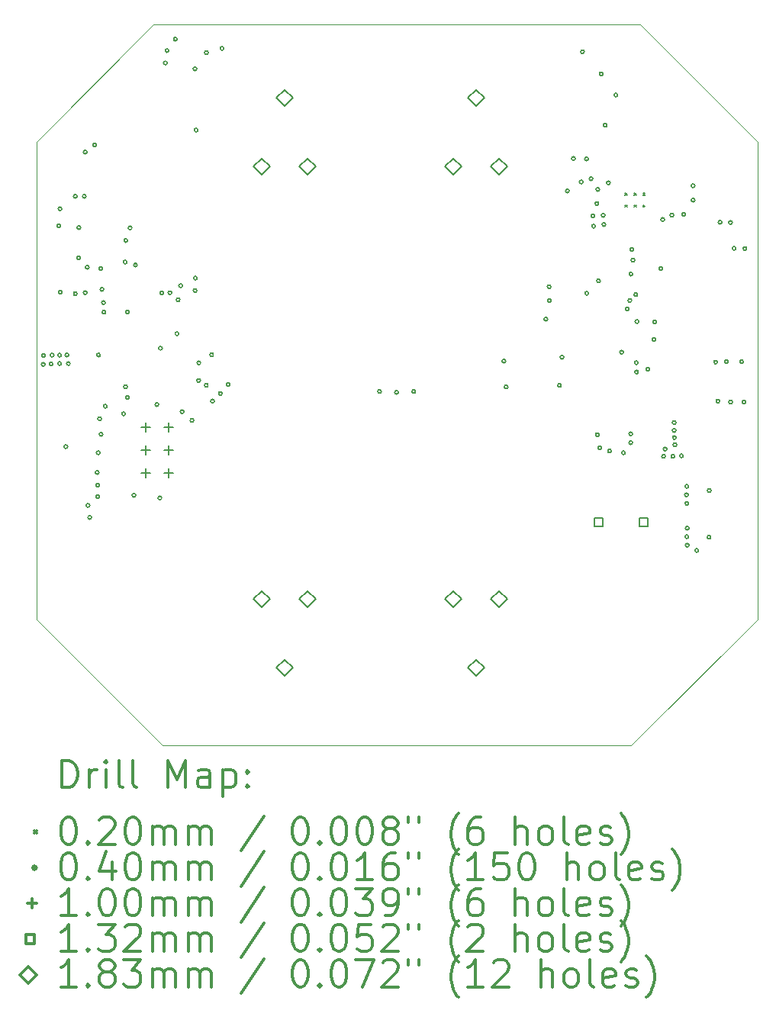
<source format=gbr>
%FSLAX45Y45*%
G04 Gerber Fmt 4.5, Leading zero omitted, Abs format (unit mm)*
G04 Created by KiCad (PCBNEW 5.1.6-c6e7f7d~87~ubuntu18.04.1) date 2020-08-27 18:22:31*
%MOMM*%
%LPD*%
G01*
G04 APERTURE LIST*
%TA.AperFunction,Profile*%
%ADD10C,0.050000*%
%TD*%
%ADD11C,0.200000*%
%ADD12C,0.300000*%
G04 APERTURE END LIST*
D10*
X16700000Y-8032500D02*
X16700000Y-13332500D01*
X15400000Y-6732500D02*
X16700000Y-8032500D01*
X10000000Y-6732500D02*
X15400000Y-6732500D01*
X8700000Y-8032500D02*
X10000000Y-6732500D01*
X8700000Y-13332500D02*
X8700000Y-8032500D01*
X10100000Y-14732500D02*
X8700000Y-13332500D01*
X15300000Y-14732500D02*
X10100000Y-14732500D01*
X16700000Y-13332500D02*
X15300000Y-14732500D01*
D11*
X15232500Y-8605000D02*
X15252500Y-8625000D01*
X15252500Y-8605000D02*
X15232500Y-8625000D01*
X15232500Y-8735000D02*
X15252500Y-8755000D01*
X15252500Y-8735000D02*
X15232500Y-8755000D01*
X15332500Y-8605000D02*
X15352500Y-8625000D01*
X15352500Y-8605000D02*
X15332500Y-8625000D01*
X15332500Y-8735000D02*
X15352500Y-8755000D01*
X15352500Y-8735000D02*
X15332500Y-8755000D01*
X15432500Y-8605000D02*
X15452500Y-8625000D01*
X15452500Y-8605000D02*
X15432500Y-8625000D01*
X15432500Y-8735000D02*
X15452500Y-8755000D01*
X15452500Y-8735000D02*
X15432500Y-8755000D01*
X8795000Y-10505000D02*
G75*
G03*
X8795000Y-10505000I-20000J0D01*
G01*
X8797500Y-10407500D02*
G75*
G03*
X8797500Y-10407500I-20000J0D01*
G01*
X8880000Y-10500000D02*
G75*
G03*
X8880000Y-10500000I-20000J0D01*
G01*
X8892500Y-10402500D02*
G75*
G03*
X8892500Y-10402500I-20000J0D01*
G01*
X8965000Y-8967500D02*
G75*
G03*
X8965000Y-8967500I-20000J0D01*
G01*
X8975000Y-10402500D02*
G75*
G03*
X8975000Y-10402500I-20000J0D01*
G01*
X8975000Y-10495000D02*
G75*
G03*
X8975000Y-10495000I-20000J0D01*
G01*
X8980000Y-8777500D02*
G75*
G03*
X8980000Y-8777500I-20000J0D01*
G01*
X8982500Y-9702500D02*
G75*
G03*
X8982500Y-9702500I-20000J0D01*
G01*
X9045000Y-11417500D02*
G75*
G03*
X9045000Y-11417500I-20000J0D01*
G01*
X9057500Y-10400000D02*
G75*
G03*
X9057500Y-10400000I-20000J0D01*
G01*
X9072500Y-10495000D02*
G75*
G03*
X9072500Y-10495000I-20000J0D01*
G01*
X9150000Y-8640000D02*
G75*
G03*
X9150000Y-8640000I-20000J0D01*
G01*
X9150000Y-9720000D02*
G75*
G03*
X9150000Y-9720000I-20000J0D01*
G01*
X9187500Y-9322500D02*
G75*
G03*
X9187500Y-9322500I-20000J0D01*
G01*
X9190000Y-8987500D02*
G75*
G03*
X9190000Y-8987500I-20000J0D01*
G01*
X9250000Y-8640000D02*
G75*
G03*
X9250000Y-8640000I-20000J0D01*
G01*
X9260000Y-8147500D02*
G75*
G03*
X9260000Y-8147500I-20000J0D01*
G01*
X9260000Y-9710000D02*
G75*
G03*
X9260000Y-9710000I-20000J0D01*
G01*
X9282500Y-9427500D02*
G75*
G03*
X9282500Y-9427500I-20000J0D01*
G01*
X9290000Y-12070000D02*
G75*
G03*
X9290000Y-12070000I-20000J0D01*
G01*
X9310000Y-12202500D02*
G75*
G03*
X9310000Y-12202500I-20000J0D01*
G01*
X9365000Y-8067500D02*
G75*
G03*
X9365000Y-8067500I-20000J0D01*
G01*
X9392500Y-11705000D02*
G75*
G03*
X9392500Y-11705000I-20000J0D01*
G01*
X9397500Y-11847500D02*
G75*
G03*
X9397500Y-11847500I-20000J0D01*
G01*
X9397500Y-11972500D02*
G75*
G03*
X9397500Y-11972500I-20000J0D01*
G01*
X9405000Y-11485000D02*
G75*
G03*
X9405000Y-11485000I-20000J0D01*
G01*
X9407500Y-10400000D02*
G75*
G03*
X9407500Y-10400000I-20000J0D01*
G01*
X9420000Y-11107500D02*
G75*
G03*
X9420000Y-11107500I-20000J0D01*
G01*
X9432500Y-9440000D02*
G75*
G03*
X9432500Y-9440000I-20000J0D01*
G01*
X9435000Y-11280000D02*
G75*
G03*
X9435000Y-11280000I-20000J0D01*
G01*
X9445000Y-9672500D02*
G75*
G03*
X9445000Y-9672500I-20000J0D01*
G01*
X9462500Y-9820000D02*
G75*
G03*
X9462500Y-9820000I-20000J0D01*
G01*
X9467500Y-9925000D02*
G75*
G03*
X9467500Y-9925000I-20000J0D01*
G01*
X9482500Y-10970000D02*
G75*
G03*
X9482500Y-10970000I-20000J0D01*
G01*
X9685003Y-11054761D02*
G75*
G03*
X9685003Y-11054761I-20000J0D01*
G01*
X9702500Y-9370000D02*
G75*
G03*
X9702500Y-9370000I-20000J0D01*
G01*
X9707500Y-10752500D02*
G75*
G03*
X9707500Y-10752500I-20000J0D01*
G01*
X9710000Y-9130000D02*
G75*
G03*
X9710000Y-9130000I-20000J0D01*
G01*
X9727500Y-9922500D02*
G75*
G03*
X9727500Y-9922500I-20000J0D01*
G01*
X9729197Y-10873290D02*
G75*
G03*
X9729197Y-10873290I-20000J0D01*
G01*
X9757500Y-8990000D02*
G75*
G03*
X9757500Y-8990000I-20000J0D01*
G01*
X9800000Y-11957500D02*
G75*
G03*
X9800000Y-11957500I-20000J0D01*
G01*
X9817500Y-9402500D02*
G75*
G03*
X9817500Y-9402500I-20000J0D01*
G01*
X10055000Y-10950000D02*
G75*
G03*
X10055000Y-10950000I-20000J0D01*
G01*
X10087500Y-11987500D02*
G75*
G03*
X10087500Y-11987500I-20000J0D01*
G01*
X10095000Y-10325000D02*
G75*
G03*
X10095000Y-10325000I-20000J0D01*
G01*
X10110000Y-9712500D02*
G75*
G03*
X10110000Y-9712500I-20000J0D01*
G01*
X10150000Y-7160000D02*
G75*
G03*
X10150000Y-7160000I-20000J0D01*
G01*
X10167500Y-7022500D02*
G75*
G03*
X10167500Y-7022500I-20000J0D01*
G01*
X10200000Y-9710000D02*
G75*
G03*
X10200000Y-9710000I-20000J0D01*
G01*
X10260000Y-6895000D02*
G75*
G03*
X10260000Y-6895000I-20000J0D01*
G01*
X10277500Y-10165000D02*
G75*
G03*
X10277500Y-10165000I-20000J0D01*
G01*
X10290000Y-9787500D02*
G75*
G03*
X10290000Y-9787500I-20000J0D01*
G01*
X10318000Y-9631000D02*
G75*
G03*
X10318000Y-9631000I-20000J0D01*
G01*
X10335000Y-11030000D02*
G75*
G03*
X10335000Y-11030000I-20000J0D01*
G01*
X10445000Y-11126000D02*
G75*
G03*
X10445000Y-11126000I-20000J0D01*
G01*
X10477500Y-7225000D02*
G75*
G03*
X10477500Y-7225000I-20000J0D01*
G01*
X10479000Y-9685000D02*
G75*
G03*
X10479000Y-9685000I-20000J0D01*
G01*
X10483000Y-9546000D02*
G75*
G03*
X10483000Y-9546000I-20000J0D01*
G01*
X10490000Y-7905000D02*
G75*
G03*
X10490000Y-7905000I-20000J0D01*
G01*
X10518088Y-10683822D02*
G75*
G03*
X10518088Y-10683822I-20000J0D01*
G01*
X10520000Y-10487500D02*
G75*
G03*
X10520000Y-10487500I-20000J0D01*
G01*
X10603284Y-10736184D02*
G75*
G03*
X10603284Y-10736184I-20000J0D01*
G01*
X10605000Y-7045000D02*
G75*
G03*
X10605000Y-7045000I-20000J0D01*
G01*
X10662500Y-10397500D02*
G75*
G03*
X10662500Y-10397500I-20000J0D01*
G01*
X10672500Y-10912500D02*
G75*
G03*
X10672500Y-10912500I-20000J0D01*
G01*
X10760000Y-10827500D02*
G75*
G03*
X10760000Y-10827500I-20000J0D01*
G01*
X10777500Y-6997500D02*
G75*
G03*
X10777500Y-6997500I-20000J0D01*
G01*
X10847500Y-10727500D02*
G75*
G03*
X10847500Y-10727500I-20000J0D01*
G01*
X12525000Y-10805000D02*
G75*
G03*
X12525000Y-10805000I-20000J0D01*
G01*
X12715000Y-10815000D02*
G75*
G03*
X12715000Y-10815000I-20000J0D01*
G01*
X12905000Y-10805000D02*
G75*
G03*
X12905000Y-10805000I-20000J0D01*
G01*
X13905000Y-10467500D02*
G75*
G03*
X13905000Y-10467500I-20000J0D01*
G01*
X13930000Y-10755000D02*
G75*
G03*
X13930000Y-10755000I-20000J0D01*
G01*
X14370000Y-10002500D02*
G75*
G03*
X14370000Y-10002500I-20000J0D01*
G01*
X14407500Y-9642500D02*
G75*
G03*
X14407500Y-9642500I-20000J0D01*
G01*
X14410000Y-9795000D02*
G75*
G03*
X14410000Y-9795000I-20000J0D01*
G01*
X14522500Y-10737500D02*
G75*
G03*
X14522500Y-10737500I-20000J0D01*
G01*
X14550000Y-10425000D02*
G75*
G03*
X14550000Y-10425000I-20000J0D01*
G01*
X14609999Y-8580000D02*
G75*
G03*
X14609999Y-8580000I-20000J0D01*
G01*
X14677500Y-8220000D02*
G75*
G03*
X14677500Y-8220000I-20000J0D01*
G01*
X14762500Y-8480000D02*
G75*
G03*
X14762500Y-8480000I-20000J0D01*
G01*
X14777500Y-7035000D02*
G75*
G03*
X14777500Y-7035000I-20000J0D01*
G01*
X14822739Y-8225001D02*
G75*
G03*
X14822739Y-8225001I-20000J0D01*
G01*
X14825000Y-9715000D02*
G75*
G03*
X14825000Y-9715000I-20000J0D01*
G01*
X14872500Y-8445000D02*
G75*
G03*
X14872500Y-8445000I-20000J0D01*
G01*
X14892500Y-8855000D02*
G75*
G03*
X14892500Y-8855000I-20000J0D01*
G01*
X14900000Y-8970000D02*
G75*
G03*
X14900000Y-8970000I-20000J0D01*
G01*
X14937500Y-8720000D02*
G75*
G03*
X14937500Y-8720000I-20000J0D01*
G01*
X14942500Y-11285000D02*
G75*
G03*
X14942500Y-11285000I-20000J0D01*
G01*
X14947500Y-8562500D02*
G75*
G03*
X14947500Y-8562500I-20000J0D01*
G01*
X14955000Y-9577500D02*
G75*
G03*
X14955000Y-9577500I-20000J0D01*
G01*
X14970000Y-11430000D02*
G75*
G03*
X14970000Y-11430000I-20000J0D01*
G01*
X14985000Y-7280000D02*
G75*
G03*
X14985000Y-7280000I-20000J0D01*
G01*
X15007500Y-8850000D02*
G75*
G03*
X15007500Y-8850000I-20000J0D01*
G01*
X15015000Y-8952500D02*
G75*
G03*
X15015000Y-8952500I-20000J0D01*
G01*
X15030000Y-7850000D02*
G75*
G03*
X15030000Y-7850000I-20000J0D01*
G01*
X15065000Y-8490000D02*
G75*
G03*
X15065000Y-8490000I-20000J0D01*
G01*
X15077500Y-11465000D02*
G75*
G03*
X15077500Y-11465000I-20000J0D01*
G01*
X15147500Y-7515000D02*
G75*
G03*
X15147500Y-7515000I-20000J0D01*
G01*
X15212500Y-10370000D02*
G75*
G03*
X15212500Y-10370000I-20000J0D01*
G01*
X15232500Y-11485000D02*
G75*
G03*
X15232500Y-11485000I-20000J0D01*
G01*
X15272500Y-9890000D02*
G75*
G03*
X15272500Y-9890000I-20000J0D01*
G01*
X15302819Y-9795319D02*
G75*
G03*
X15302819Y-9795319I-20000J0D01*
G01*
X15312500Y-11275000D02*
G75*
G03*
X15312500Y-11275000I-20000J0D01*
G01*
X15312500Y-11375000D02*
G75*
G03*
X15312500Y-11375000I-20000J0D01*
G01*
X15315000Y-9502500D02*
G75*
G03*
X15315000Y-9502500I-20000J0D01*
G01*
X15325000Y-9230000D02*
G75*
G03*
X15325000Y-9230000I-20000J0D01*
G01*
X15337500Y-9347500D02*
G75*
G03*
X15337500Y-9347500I-20000J0D01*
G01*
X15369069Y-9729069D02*
G75*
G03*
X15369069Y-9729069I-20000J0D01*
G01*
X15375000Y-10487500D02*
G75*
G03*
X15375000Y-10487500I-20000J0D01*
G01*
X15377500Y-10590000D02*
G75*
G03*
X15377500Y-10590000I-20000J0D01*
G01*
X15382500Y-10030000D02*
G75*
G03*
X15382500Y-10030000I-20000J0D01*
G01*
X15502500Y-10560000D02*
G75*
G03*
X15502500Y-10560000I-20000J0D01*
G01*
X15568750Y-10228750D02*
G75*
G03*
X15568750Y-10228750I-20000J0D01*
G01*
X15580000Y-10032500D02*
G75*
G03*
X15580000Y-10032500I-20000J0D01*
G01*
X15647500Y-9442500D02*
G75*
G03*
X15647500Y-9442500I-20000J0D01*
G01*
X15667500Y-8897500D02*
G75*
G03*
X15667500Y-8897500I-20000J0D01*
G01*
X15677500Y-11525000D02*
G75*
G03*
X15677500Y-11525000I-20000J0D01*
G01*
X15695000Y-11445000D02*
G75*
G03*
X15695000Y-11445000I-20000J0D01*
G01*
X15770000Y-8847500D02*
G75*
G03*
X15770000Y-8847500I-20000J0D01*
G01*
X15780000Y-11525000D02*
G75*
G03*
X15780000Y-11525000I-20000J0D01*
G01*
X15795000Y-11150000D02*
G75*
G03*
X15795000Y-11150000I-20000J0D01*
G01*
X15795000Y-11237500D02*
G75*
G03*
X15795000Y-11237500I-20000J0D01*
G01*
X15797500Y-11317500D02*
G75*
G03*
X15797500Y-11317500I-20000J0D01*
G01*
X15802500Y-11397500D02*
G75*
G03*
X15802500Y-11397500I-20000J0D01*
G01*
X15875000Y-11520000D02*
G75*
G03*
X15875000Y-11520000I-20000J0D01*
G01*
X15900000Y-8840000D02*
G75*
G03*
X15900000Y-8840000I-20000J0D01*
G01*
X15932000Y-11953000D02*
G75*
G03*
X15932000Y-11953000I-20000J0D01*
G01*
X15935000Y-11859000D02*
G75*
G03*
X15935000Y-11859000I-20000J0D01*
G01*
X15935000Y-12417000D02*
G75*
G03*
X15935000Y-12417000I-20000J0D01*
G01*
X15936000Y-12047000D02*
G75*
G03*
X15936000Y-12047000I-20000J0D01*
G01*
X15940000Y-12323000D02*
G75*
G03*
X15940000Y-12323000I-20000J0D01*
G01*
X15941000Y-12511000D02*
G75*
G03*
X15941000Y-12511000I-20000J0D01*
G01*
X16005000Y-8522500D02*
G75*
G03*
X16005000Y-8522500I-20000J0D01*
G01*
X16005000Y-8682500D02*
G75*
G03*
X16005000Y-8682500I-20000J0D01*
G01*
X16045000Y-12570000D02*
G75*
G03*
X16045000Y-12570000I-20000J0D01*
G01*
X16182000Y-12422000D02*
G75*
G03*
X16182000Y-12422000I-20000J0D01*
G01*
X16185000Y-11905000D02*
G75*
G03*
X16185000Y-11905000I-20000J0D01*
G01*
X16255000Y-10480000D02*
G75*
G03*
X16255000Y-10480000I-20000J0D01*
G01*
X16280000Y-10912500D02*
G75*
G03*
X16280000Y-10912500I-20000J0D01*
G01*
X16305000Y-8927500D02*
G75*
G03*
X16305000Y-8927500I-20000J0D01*
G01*
X16375000Y-10472500D02*
G75*
G03*
X16375000Y-10472500I-20000J0D01*
G01*
X16420000Y-8930000D02*
G75*
G03*
X16420000Y-8930000I-20000J0D01*
G01*
X16420000Y-10922500D02*
G75*
G03*
X16420000Y-10922500I-20000J0D01*
G01*
X16460000Y-9217500D02*
G75*
G03*
X16460000Y-9217500I-20000J0D01*
G01*
X16542500Y-10475000D02*
G75*
G03*
X16542500Y-10475000I-20000J0D01*
G01*
X16570000Y-10922500D02*
G75*
G03*
X16570000Y-10922500I-20000J0D01*
G01*
X16580000Y-9220000D02*
G75*
G03*
X16580000Y-9220000I-20000J0D01*
G01*
X9910500Y-11153500D02*
X9910500Y-11253500D01*
X9860500Y-11203500D02*
X9960500Y-11203500D01*
X9910500Y-11407500D02*
X9910500Y-11507500D01*
X9860500Y-11457500D02*
X9960500Y-11457500D01*
X9910500Y-11661500D02*
X9910500Y-11761500D01*
X9860500Y-11711500D02*
X9960500Y-11711500D01*
X10164500Y-11153500D02*
X10164500Y-11253500D01*
X10114500Y-11203500D02*
X10214500Y-11203500D01*
X10164500Y-11407500D02*
X10164500Y-11507500D01*
X10114500Y-11457500D02*
X10214500Y-11457500D01*
X10164500Y-11661500D02*
X10164500Y-11761500D01*
X10114500Y-11711500D02*
X10214500Y-11711500D01*
X14984169Y-12304169D02*
X14984169Y-12210830D01*
X14890830Y-12210830D01*
X14890830Y-12304169D01*
X14984169Y-12304169D01*
X15484169Y-12304169D02*
X15484169Y-12210830D01*
X15390830Y-12210830D01*
X15390830Y-12304169D01*
X15484169Y-12304169D01*
X11198500Y-8401500D02*
X11290000Y-8310000D01*
X11198500Y-8218500D01*
X11107000Y-8310000D01*
X11198500Y-8401500D01*
X11198500Y-13201500D02*
X11290000Y-13110000D01*
X11198500Y-13018500D01*
X11107000Y-13110000D01*
X11198500Y-13201500D01*
X11452500Y-7639500D02*
X11544000Y-7548000D01*
X11452500Y-7456500D01*
X11361000Y-7548000D01*
X11452500Y-7639500D01*
X11452500Y-13963500D02*
X11544000Y-13872000D01*
X11452500Y-13780500D01*
X11361000Y-13872000D01*
X11452500Y-13963500D01*
X11706500Y-8401500D02*
X11798000Y-8310000D01*
X11706500Y-8218500D01*
X11615000Y-8310000D01*
X11706500Y-8401500D01*
X11706500Y-13201500D02*
X11798000Y-13110000D01*
X11706500Y-13018500D01*
X11615000Y-13110000D01*
X11706500Y-13201500D01*
X13323500Y-8401500D02*
X13415000Y-8310000D01*
X13323500Y-8218500D01*
X13232000Y-8310000D01*
X13323500Y-8401500D01*
X13323500Y-13201500D02*
X13415000Y-13110000D01*
X13323500Y-13018500D01*
X13232000Y-13110000D01*
X13323500Y-13201500D01*
X13577500Y-7639500D02*
X13669000Y-7548000D01*
X13577500Y-7456500D01*
X13486000Y-7548000D01*
X13577500Y-7639500D01*
X13577500Y-13963500D02*
X13669000Y-13872000D01*
X13577500Y-13780500D01*
X13486000Y-13872000D01*
X13577500Y-13963500D01*
X13831500Y-8401500D02*
X13923000Y-8310000D01*
X13831500Y-8218500D01*
X13740000Y-8310000D01*
X13831500Y-8401500D01*
X13831500Y-13201500D02*
X13923000Y-13110000D01*
X13831500Y-13018500D01*
X13740000Y-13110000D01*
X13831500Y-13201500D01*
D12*
X8983928Y-15200714D02*
X8983928Y-14900714D01*
X9055357Y-14900714D01*
X9098214Y-14915000D01*
X9126786Y-14943571D01*
X9141071Y-14972143D01*
X9155357Y-15029286D01*
X9155357Y-15072143D01*
X9141071Y-15129286D01*
X9126786Y-15157857D01*
X9098214Y-15186429D01*
X9055357Y-15200714D01*
X8983928Y-15200714D01*
X9283928Y-15200714D02*
X9283928Y-15000714D01*
X9283928Y-15057857D02*
X9298214Y-15029286D01*
X9312500Y-15015000D01*
X9341071Y-15000714D01*
X9369643Y-15000714D01*
X9469643Y-15200714D02*
X9469643Y-15000714D01*
X9469643Y-14900714D02*
X9455357Y-14915000D01*
X9469643Y-14929286D01*
X9483928Y-14915000D01*
X9469643Y-14900714D01*
X9469643Y-14929286D01*
X9655357Y-15200714D02*
X9626786Y-15186429D01*
X9612500Y-15157857D01*
X9612500Y-14900714D01*
X9812500Y-15200714D02*
X9783928Y-15186429D01*
X9769643Y-15157857D01*
X9769643Y-14900714D01*
X10155357Y-15200714D02*
X10155357Y-14900714D01*
X10255357Y-15115000D01*
X10355357Y-14900714D01*
X10355357Y-15200714D01*
X10626786Y-15200714D02*
X10626786Y-15043571D01*
X10612500Y-15015000D01*
X10583928Y-15000714D01*
X10526786Y-15000714D01*
X10498214Y-15015000D01*
X10626786Y-15186429D02*
X10598214Y-15200714D01*
X10526786Y-15200714D01*
X10498214Y-15186429D01*
X10483928Y-15157857D01*
X10483928Y-15129286D01*
X10498214Y-15100714D01*
X10526786Y-15086429D01*
X10598214Y-15086429D01*
X10626786Y-15072143D01*
X10769643Y-15000714D02*
X10769643Y-15300714D01*
X10769643Y-15015000D02*
X10798214Y-15000714D01*
X10855357Y-15000714D01*
X10883928Y-15015000D01*
X10898214Y-15029286D01*
X10912500Y-15057857D01*
X10912500Y-15143571D01*
X10898214Y-15172143D01*
X10883928Y-15186429D01*
X10855357Y-15200714D01*
X10798214Y-15200714D01*
X10769643Y-15186429D01*
X11041071Y-15172143D02*
X11055357Y-15186429D01*
X11041071Y-15200714D01*
X11026786Y-15186429D01*
X11041071Y-15172143D01*
X11041071Y-15200714D01*
X11041071Y-15015000D02*
X11055357Y-15029286D01*
X11041071Y-15043571D01*
X11026786Y-15029286D01*
X11041071Y-15015000D01*
X11041071Y-15043571D01*
X8677500Y-15685000D02*
X8697500Y-15705000D01*
X8697500Y-15685000D02*
X8677500Y-15705000D01*
X9041071Y-15530714D02*
X9069643Y-15530714D01*
X9098214Y-15545000D01*
X9112500Y-15559286D01*
X9126786Y-15587857D01*
X9141071Y-15645000D01*
X9141071Y-15716429D01*
X9126786Y-15773571D01*
X9112500Y-15802143D01*
X9098214Y-15816429D01*
X9069643Y-15830714D01*
X9041071Y-15830714D01*
X9012500Y-15816429D01*
X8998214Y-15802143D01*
X8983928Y-15773571D01*
X8969643Y-15716429D01*
X8969643Y-15645000D01*
X8983928Y-15587857D01*
X8998214Y-15559286D01*
X9012500Y-15545000D01*
X9041071Y-15530714D01*
X9269643Y-15802143D02*
X9283928Y-15816429D01*
X9269643Y-15830714D01*
X9255357Y-15816429D01*
X9269643Y-15802143D01*
X9269643Y-15830714D01*
X9398214Y-15559286D02*
X9412500Y-15545000D01*
X9441071Y-15530714D01*
X9512500Y-15530714D01*
X9541071Y-15545000D01*
X9555357Y-15559286D01*
X9569643Y-15587857D01*
X9569643Y-15616429D01*
X9555357Y-15659286D01*
X9383928Y-15830714D01*
X9569643Y-15830714D01*
X9755357Y-15530714D02*
X9783928Y-15530714D01*
X9812500Y-15545000D01*
X9826786Y-15559286D01*
X9841071Y-15587857D01*
X9855357Y-15645000D01*
X9855357Y-15716429D01*
X9841071Y-15773571D01*
X9826786Y-15802143D01*
X9812500Y-15816429D01*
X9783928Y-15830714D01*
X9755357Y-15830714D01*
X9726786Y-15816429D01*
X9712500Y-15802143D01*
X9698214Y-15773571D01*
X9683928Y-15716429D01*
X9683928Y-15645000D01*
X9698214Y-15587857D01*
X9712500Y-15559286D01*
X9726786Y-15545000D01*
X9755357Y-15530714D01*
X9983928Y-15830714D02*
X9983928Y-15630714D01*
X9983928Y-15659286D02*
X9998214Y-15645000D01*
X10026786Y-15630714D01*
X10069643Y-15630714D01*
X10098214Y-15645000D01*
X10112500Y-15673571D01*
X10112500Y-15830714D01*
X10112500Y-15673571D02*
X10126786Y-15645000D01*
X10155357Y-15630714D01*
X10198214Y-15630714D01*
X10226786Y-15645000D01*
X10241071Y-15673571D01*
X10241071Y-15830714D01*
X10383928Y-15830714D02*
X10383928Y-15630714D01*
X10383928Y-15659286D02*
X10398214Y-15645000D01*
X10426786Y-15630714D01*
X10469643Y-15630714D01*
X10498214Y-15645000D01*
X10512500Y-15673571D01*
X10512500Y-15830714D01*
X10512500Y-15673571D02*
X10526786Y-15645000D01*
X10555357Y-15630714D01*
X10598214Y-15630714D01*
X10626786Y-15645000D01*
X10641071Y-15673571D01*
X10641071Y-15830714D01*
X11226786Y-15516429D02*
X10969643Y-15902143D01*
X11612500Y-15530714D02*
X11641071Y-15530714D01*
X11669643Y-15545000D01*
X11683928Y-15559286D01*
X11698214Y-15587857D01*
X11712500Y-15645000D01*
X11712500Y-15716429D01*
X11698214Y-15773571D01*
X11683928Y-15802143D01*
X11669643Y-15816429D01*
X11641071Y-15830714D01*
X11612500Y-15830714D01*
X11583928Y-15816429D01*
X11569643Y-15802143D01*
X11555357Y-15773571D01*
X11541071Y-15716429D01*
X11541071Y-15645000D01*
X11555357Y-15587857D01*
X11569643Y-15559286D01*
X11583928Y-15545000D01*
X11612500Y-15530714D01*
X11841071Y-15802143D02*
X11855357Y-15816429D01*
X11841071Y-15830714D01*
X11826786Y-15816429D01*
X11841071Y-15802143D01*
X11841071Y-15830714D01*
X12041071Y-15530714D02*
X12069643Y-15530714D01*
X12098214Y-15545000D01*
X12112500Y-15559286D01*
X12126786Y-15587857D01*
X12141071Y-15645000D01*
X12141071Y-15716429D01*
X12126786Y-15773571D01*
X12112500Y-15802143D01*
X12098214Y-15816429D01*
X12069643Y-15830714D01*
X12041071Y-15830714D01*
X12012500Y-15816429D01*
X11998214Y-15802143D01*
X11983928Y-15773571D01*
X11969643Y-15716429D01*
X11969643Y-15645000D01*
X11983928Y-15587857D01*
X11998214Y-15559286D01*
X12012500Y-15545000D01*
X12041071Y-15530714D01*
X12326786Y-15530714D02*
X12355357Y-15530714D01*
X12383928Y-15545000D01*
X12398214Y-15559286D01*
X12412500Y-15587857D01*
X12426786Y-15645000D01*
X12426786Y-15716429D01*
X12412500Y-15773571D01*
X12398214Y-15802143D01*
X12383928Y-15816429D01*
X12355357Y-15830714D01*
X12326786Y-15830714D01*
X12298214Y-15816429D01*
X12283928Y-15802143D01*
X12269643Y-15773571D01*
X12255357Y-15716429D01*
X12255357Y-15645000D01*
X12269643Y-15587857D01*
X12283928Y-15559286D01*
X12298214Y-15545000D01*
X12326786Y-15530714D01*
X12598214Y-15659286D02*
X12569643Y-15645000D01*
X12555357Y-15630714D01*
X12541071Y-15602143D01*
X12541071Y-15587857D01*
X12555357Y-15559286D01*
X12569643Y-15545000D01*
X12598214Y-15530714D01*
X12655357Y-15530714D01*
X12683928Y-15545000D01*
X12698214Y-15559286D01*
X12712500Y-15587857D01*
X12712500Y-15602143D01*
X12698214Y-15630714D01*
X12683928Y-15645000D01*
X12655357Y-15659286D01*
X12598214Y-15659286D01*
X12569643Y-15673571D01*
X12555357Y-15687857D01*
X12541071Y-15716429D01*
X12541071Y-15773571D01*
X12555357Y-15802143D01*
X12569643Y-15816429D01*
X12598214Y-15830714D01*
X12655357Y-15830714D01*
X12683928Y-15816429D01*
X12698214Y-15802143D01*
X12712500Y-15773571D01*
X12712500Y-15716429D01*
X12698214Y-15687857D01*
X12683928Y-15673571D01*
X12655357Y-15659286D01*
X12826786Y-15530714D02*
X12826786Y-15587857D01*
X12941071Y-15530714D02*
X12941071Y-15587857D01*
X13383928Y-15945000D02*
X13369643Y-15930714D01*
X13341071Y-15887857D01*
X13326786Y-15859286D01*
X13312500Y-15816429D01*
X13298214Y-15745000D01*
X13298214Y-15687857D01*
X13312500Y-15616429D01*
X13326786Y-15573571D01*
X13341071Y-15545000D01*
X13369643Y-15502143D01*
X13383928Y-15487857D01*
X13626786Y-15530714D02*
X13569643Y-15530714D01*
X13541071Y-15545000D01*
X13526786Y-15559286D01*
X13498214Y-15602143D01*
X13483928Y-15659286D01*
X13483928Y-15773571D01*
X13498214Y-15802143D01*
X13512500Y-15816429D01*
X13541071Y-15830714D01*
X13598214Y-15830714D01*
X13626786Y-15816429D01*
X13641071Y-15802143D01*
X13655357Y-15773571D01*
X13655357Y-15702143D01*
X13641071Y-15673571D01*
X13626786Y-15659286D01*
X13598214Y-15645000D01*
X13541071Y-15645000D01*
X13512500Y-15659286D01*
X13498214Y-15673571D01*
X13483928Y-15702143D01*
X14012500Y-15830714D02*
X14012500Y-15530714D01*
X14141071Y-15830714D02*
X14141071Y-15673571D01*
X14126786Y-15645000D01*
X14098214Y-15630714D01*
X14055357Y-15630714D01*
X14026786Y-15645000D01*
X14012500Y-15659286D01*
X14326786Y-15830714D02*
X14298214Y-15816429D01*
X14283928Y-15802143D01*
X14269643Y-15773571D01*
X14269643Y-15687857D01*
X14283928Y-15659286D01*
X14298214Y-15645000D01*
X14326786Y-15630714D01*
X14369643Y-15630714D01*
X14398214Y-15645000D01*
X14412500Y-15659286D01*
X14426786Y-15687857D01*
X14426786Y-15773571D01*
X14412500Y-15802143D01*
X14398214Y-15816429D01*
X14369643Y-15830714D01*
X14326786Y-15830714D01*
X14598214Y-15830714D02*
X14569643Y-15816429D01*
X14555357Y-15787857D01*
X14555357Y-15530714D01*
X14826786Y-15816429D02*
X14798214Y-15830714D01*
X14741071Y-15830714D01*
X14712500Y-15816429D01*
X14698214Y-15787857D01*
X14698214Y-15673571D01*
X14712500Y-15645000D01*
X14741071Y-15630714D01*
X14798214Y-15630714D01*
X14826786Y-15645000D01*
X14841071Y-15673571D01*
X14841071Y-15702143D01*
X14698214Y-15730714D01*
X14955357Y-15816429D02*
X14983928Y-15830714D01*
X15041071Y-15830714D01*
X15069643Y-15816429D01*
X15083928Y-15787857D01*
X15083928Y-15773571D01*
X15069643Y-15745000D01*
X15041071Y-15730714D01*
X14998214Y-15730714D01*
X14969643Y-15716429D01*
X14955357Y-15687857D01*
X14955357Y-15673571D01*
X14969643Y-15645000D01*
X14998214Y-15630714D01*
X15041071Y-15630714D01*
X15069643Y-15645000D01*
X15183928Y-15945000D02*
X15198214Y-15930714D01*
X15226786Y-15887857D01*
X15241071Y-15859286D01*
X15255357Y-15816429D01*
X15269643Y-15745000D01*
X15269643Y-15687857D01*
X15255357Y-15616429D01*
X15241071Y-15573571D01*
X15226786Y-15545000D01*
X15198214Y-15502143D01*
X15183928Y-15487857D01*
X8697500Y-16091000D02*
G75*
G03*
X8697500Y-16091000I-20000J0D01*
G01*
X9041071Y-15926714D02*
X9069643Y-15926714D01*
X9098214Y-15941000D01*
X9112500Y-15955286D01*
X9126786Y-15983857D01*
X9141071Y-16041000D01*
X9141071Y-16112429D01*
X9126786Y-16169571D01*
X9112500Y-16198143D01*
X9098214Y-16212429D01*
X9069643Y-16226714D01*
X9041071Y-16226714D01*
X9012500Y-16212429D01*
X8998214Y-16198143D01*
X8983928Y-16169571D01*
X8969643Y-16112429D01*
X8969643Y-16041000D01*
X8983928Y-15983857D01*
X8998214Y-15955286D01*
X9012500Y-15941000D01*
X9041071Y-15926714D01*
X9269643Y-16198143D02*
X9283928Y-16212429D01*
X9269643Y-16226714D01*
X9255357Y-16212429D01*
X9269643Y-16198143D01*
X9269643Y-16226714D01*
X9541071Y-16026714D02*
X9541071Y-16226714D01*
X9469643Y-15912429D02*
X9398214Y-16126714D01*
X9583928Y-16126714D01*
X9755357Y-15926714D02*
X9783928Y-15926714D01*
X9812500Y-15941000D01*
X9826786Y-15955286D01*
X9841071Y-15983857D01*
X9855357Y-16041000D01*
X9855357Y-16112429D01*
X9841071Y-16169571D01*
X9826786Y-16198143D01*
X9812500Y-16212429D01*
X9783928Y-16226714D01*
X9755357Y-16226714D01*
X9726786Y-16212429D01*
X9712500Y-16198143D01*
X9698214Y-16169571D01*
X9683928Y-16112429D01*
X9683928Y-16041000D01*
X9698214Y-15983857D01*
X9712500Y-15955286D01*
X9726786Y-15941000D01*
X9755357Y-15926714D01*
X9983928Y-16226714D02*
X9983928Y-16026714D01*
X9983928Y-16055286D02*
X9998214Y-16041000D01*
X10026786Y-16026714D01*
X10069643Y-16026714D01*
X10098214Y-16041000D01*
X10112500Y-16069571D01*
X10112500Y-16226714D01*
X10112500Y-16069571D02*
X10126786Y-16041000D01*
X10155357Y-16026714D01*
X10198214Y-16026714D01*
X10226786Y-16041000D01*
X10241071Y-16069571D01*
X10241071Y-16226714D01*
X10383928Y-16226714D02*
X10383928Y-16026714D01*
X10383928Y-16055286D02*
X10398214Y-16041000D01*
X10426786Y-16026714D01*
X10469643Y-16026714D01*
X10498214Y-16041000D01*
X10512500Y-16069571D01*
X10512500Y-16226714D01*
X10512500Y-16069571D02*
X10526786Y-16041000D01*
X10555357Y-16026714D01*
X10598214Y-16026714D01*
X10626786Y-16041000D01*
X10641071Y-16069571D01*
X10641071Y-16226714D01*
X11226786Y-15912429D02*
X10969643Y-16298143D01*
X11612500Y-15926714D02*
X11641071Y-15926714D01*
X11669643Y-15941000D01*
X11683928Y-15955286D01*
X11698214Y-15983857D01*
X11712500Y-16041000D01*
X11712500Y-16112429D01*
X11698214Y-16169571D01*
X11683928Y-16198143D01*
X11669643Y-16212429D01*
X11641071Y-16226714D01*
X11612500Y-16226714D01*
X11583928Y-16212429D01*
X11569643Y-16198143D01*
X11555357Y-16169571D01*
X11541071Y-16112429D01*
X11541071Y-16041000D01*
X11555357Y-15983857D01*
X11569643Y-15955286D01*
X11583928Y-15941000D01*
X11612500Y-15926714D01*
X11841071Y-16198143D02*
X11855357Y-16212429D01*
X11841071Y-16226714D01*
X11826786Y-16212429D01*
X11841071Y-16198143D01*
X11841071Y-16226714D01*
X12041071Y-15926714D02*
X12069643Y-15926714D01*
X12098214Y-15941000D01*
X12112500Y-15955286D01*
X12126786Y-15983857D01*
X12141071Y-16041000D01*
X12141071Y-16112429D01*
X12126786Y-16169571D01*
X12112500Y-16198143D01*
X12098214Y-16212429D01*
X12069643Y-16226714D01*
X12041071Y-16226714D01*
X12012500Y-16212429D01*
X11998214Y-16198143D01*
X11983928Y-16169571D01*
X11969643Y-16112429D01*
X11969643Y-16041000D01*
X11983928Y-15983857D01*
X11998214Y-15955286D01*
X12012500Y-15941000D01*
X12041071Y-15926714D01*
X12426786Y-16226714D02*
X12255357Y-16226714D01*
X12341071Y-16226714D02*
X12341071Y-15926714D01*
X12312500Y-15969571D01*
X12283928Y-15998143D01*
X12255357Y-16012429D01*
X12683928Y-15926714D02*
X12626786Y-15926714D01*
X12598214Y-15941000D01*
X12583928Y-15955286D01*
X12555357Y-15998143D01*
X12541071Y-16055286D01*
X12541071Y-16169571D01*
X12555357Y-16198143D01*
X12569643Y-16212429D01*
X12598214Y-16226714D01*
X12655357Y-16226714D01*
X12683928Y-16212429D01*
X12698214Y-16198143D01*
X12712500Y-16169571D01*
X12712500Y-16098143D01*
X12698214Y-16069571D01*
X12683928Y-16055286D01*
X12655357Y-16041000D01*
X12598214Y-16041000D01*
X12569643Y-16055286D01*
X12555357Y-16069571D01*
X12541071Y-16098143D01*
X12826786Y-15926714D02*
X12826786Y-15983857D01*
X12941071Y-15926714D02*
X12941071Y-15983857D01*
X13383928Y-16341000D02*
X13369643Y-16326714D01*
X13341071Y-16283857D01*
X13326786Y-16255286D01*
X13312500Y-16212429D01*
X13298214Y-16141000D01*
X13298214Y-16083857D01*
X13312500Y-16012429D01*
X13326786Y-15969571D01*
X13341071Y-15941000D01*
X13369643Y-15898143D01*
X13383928Y-15883857D01*
X13655357Y-16226714D02*
X13483928Y-16226714D01*
X13569643Y-16226714D02*
X13569643Y-15926714D01*
X13541071Y-15969571D01*
X13512500Y-15998143D01*
X13483928Y-16012429D01*
X13926786Y-15926714D02*
X13783928Y-15926714D01*
X13769643Y-16069571D01*
X13783928Y-16055286D01*
X13812500Y-16041000D01*
X13883928Y-16041000D01*
X13912500Y-16055286D01*
X13926786Y-16069571D01*
X13941071Y-16098143D01*
X13941071Y-16169571D01*
X13926786Y-16198143D01*
X13912500Y-16212429D01*
X13883928Y-16226714D01*
X13812500Y-16226714D01*
X13783928Y-16212429D01*
X13769643Y-16198143D01*
X14126786Y-15926714D02*
X14155357Y-15926714D01*
X14183928Y-15941000D01*
X14198214Y-15955286D01*
X14212500Y-15983857D01*
X14226786Y-16041000D01*
X14226786Y-16112429D01*
X14212500Y-16169571D01*
X14198214Y-16198143D01*
X14183928Y-16212429D01*
X14155357Y-16226714D01*
X14126786Y-16226714D01*
X14098214Y-16212429D01*
X14083928Y-16198143D01*
X14069643Y-16169571D01*
X14055357Y-16112429D01*
X14055357Y-16041000D01*
X14069643Y-15983857D01*
X14083928Y-15955286D01*
X14098214Y-15941000D01*
X14126786Y-15926714D01*
X14583928Y-16226714D02*
X14583928Y-15926714D01*
X14712500Y-16226714D02*
X14712500Y-16069571D01*
X14698214Y-16041000D01*
X14669643Y-16026714D01*
X14626786Y-16026714D01*
X14598214Y-16041000D01*
X14583928Y-16055286D01*
X14898214Y-16226714D02*
X14869643Y-16212429D01*
X14855357Y-16198143D01*
X14841071Y-16169571D01*
X14841071Y-16083857D01*
X14855357Y-16055286D01*
X14869643Y-16041000D01*
X14898214Y-16026714D01*
X14941071Y-16026714D01*
X14969643Y-16041000D01*
X14983928Y-16055286D01*
X14998214Y-16083857D01*
X14998214Y-16169571D01*
X14983928Y-16198143D01*
X14969643Y-16212429D01*
X14941071Y-16226714D01*
X14898214Y-16226714D01*
X15169643Y-16226714D02*
X15141071Y-16212429D01*
X15126786Y-16183857D01*
X15126786Y-15926714D01*
X15398214Y-16212429D02*
X15369643Y-16226714D01*
X15312500Y-16226714D01*
X15283928Y-16212429D01*
X15269643Y-16183857D01*
X15269643Y-16069571D01*
X15283928Y-16041000D01*
X15312500Y-16026714D01*
X15369643Y-16026714D01*
X15398214Y-16041000D01*
X15412500Y-16069571D01*
X15412500Y-16098143D01*
X15269643Y-16126714D01*
X15526786Y-16212429D02*
X15555357Y-16226714D01*
X15612500Y-16226714D01*
X15641071Y-16212429D01*
X15655357Y-16183857D01*
X15655357Y-16169571D01*
X15641071Y-16141000D01*
X15612500Y-16126714D01*
X15569643Y-16126714D01*
X15541071Y-16112429D01*
X15526786Y-16083857D01*
X15526786Y-16069571D01*
X15541071Y-16041000D01*
X15569643Y-16026714D01*
X15612500Y-16026714D01*
X15641071Y-16041000D01*
X15755357Y-16341000D02*
X15769643Y-16326714D01*
X15798214Y-16283857D01*
X15812500Y-16255286D01*
X15826786Y-16212429D01*
X15841071Y-16141000D01*
X15841071Y-16083857D01*
X15826786Y-16012429D01*
X15812500Y-15969571D01*
X15798214Y-15941000D01*
X15769643Y-15898143D01*
X15755357Y-15883857D01*
X8647500Y-16437000D02*
X8647500Y-16537000D01*
X8597500Y-16487000D02*
X8697500Y-16487000D01*
X9141071Y-16622714D02*
X8969643Y-16622714D01*
X9055357Y-16622714D02*
X9055357Y-16322714D01*
X9026786Y-16365571D01*
X8998214Y-16394143D01*
X8969643Y-16408429D01*
X9269643Y-16594143D02*
X9283928Y-16608429D01*
X9269643Y-16622714D01*
X9255357Y-16608429D01*
X9269643Y-16594143D01*
X9269643Y-16622714D01*
X9469643Y-16322714D02*
X9498214Y-16322714D01*
X9526786Y-16337000D01*
X9541071Y-16351286D01*
X9555357Y-16379857D01*
X9569643Y-16437000D01*
X9569643Y-16508429D01*
X9555357Y-16565571D01*
X9541071Y-16594143D01*
X9526786Y-16608429D01*
X9498214Y-16622714D01*
X9469643Y-16622714D01*
X9441071Y-16608429D01*
X9426786Y-16594143D01*
X9412500Y-16565571D01*
X9398214Y-16508429D01*
X9398214Y-16437000D01*
X9412500Y-16379857D01*
X9426786Y-16351286D01*
X9441071Y-16337000D01*
X9469643Y-16322714D01*
X9755357Y-16322714D02*
X9783928Y-16322714D01*
X9812500Y-16337000D01*
X9826786Y-16351286D01*
X9841071Y-16379857D01*
X9855357Y-16437000D01*
X9855357Y-16508429D01*
X9841071Y-16565571D01*
X9826786Y-16594143D01*
X9812500Y-16608429D01*
X9783928Y-16622714D01*
X9755357Y-16622714D01*
X9726786Y-16608429D01*
X9712500Y-16594143D01*
X9698214Y-16565571D01*
X9683928Y-16508429D01*
X9683928Y-16437000D01*
X9698214Y-16379857D01*
X9712500Y-16351286D01*
X9726786Y-16337000D01*
X9755357Y-16322714D01*
X9983928Y-16622714D02*
X9983928Y-16422714D01*
X9983928Y-16451286D02*
X9998214Y-16437000D01*
X10026786Y-16422714D01*
X10069643Y-16422714D01*
X10098214Y-16437000D01*
X10112500Y-16465571D01*
X10112500Y-16622714D01*
X10112500Y-16465571D02*
X10126786Y-16437000D01*
X10155357Y-16422714D01*
X10198214Y-16422714D01*
X10226786Y-16437000D01*
X10241071Y-16465571D01*
X10241071Y-16622714D01*
X10383928Y-16622714D02*
X10383928Y-16422714D01*
X10383928Y-16451286D02*
X10398214Y-16437000D01*
X10426786Y-16422714D01*
X10469643Y-16422714D01*
X10498214Y-16437000D01*
X10512500Y-16465571D01*
X10512500Y-16622714D01*
X10512500Y-16465571D02*
X10526786Y-16437000D01*
X10555357Y-16422714D01*
X10598214Y-16422714D01*
X10626786Y-16437000D01*
X10641071Y-16465571D01*
X10641071Y-16622714D01*
X11226786Y-16308429D02*
X10969643Y-16694143D01*
X11612500Y-16322714D02*
X11641071Y-16322714D01*
X11669643Y-16337000D01*
X11683928Y-16351286D01*
X11698214Y-16379857D01*
X11712500Y-16437000D01*
X11712500Y-16508429D01*
X11698214Y-16565571D01*
X11683928Y-16594143D01*
X11669643Y-16608429D01*
X11641071Y-16622714D01*
X11612500Y-16622714D01*
X11583928Y-16608429D01*
X11569643Y-16594143D01*
X11555357Y-16565571D01*
X11541071Y-16508429D01*
X11541071Y-16437000D01*
X11555357Y-16379857D01*
X11569643Y-16351286D01*
X11583928Y-16337000D01*
X11612500Y-16322714D01*
X11841071Y-16594143D02*
X11855357Y-16608429D01*
X11841071Y-16622714D01*
X11826786Y-16608429D01*
X11841071Y-16594143D01*
X11841071Y-16622714D01*
X12041071Y-16322714D02*
X12069643Y-16322714D01*
X12098214Y-16337000D01*
X12112500Y-16351286D01*
X12126786Y-16379857D01*
X12141071Y-16437000D01*
X12141071Y-16508429D01*
X12126786Y-16565571D01*
X12112500Y-16594143D01*
X12098214Y-16608429D01*
X12069643Y-16622714D01*
X12041071Y-16622714D01*
X12012500Y-16608429D01*
X11998214Y-16594143D01*
X11983928Y-16565571D01*
X11969643Y-16508429D01*
X11969643Y-16437000D01*
X11983928Y-16379857D01*
X11998214Y-16351286D01*
X12012500Y-16337000D01*
X12041071Y-16322714D01*
X12241071Y-16322714D02*
X12426786Y-16322714D01*
X12326786Y-16437000D01*
X12369643Y-16437000D01*
X12398214Y-16451286D01*
X12412500Y-16465571D01*
X12426786Y-16494143D01*
X12426786Y-16565571D01*
X12412500Y-16594143D01*
X12398214Y-16608429D01*
X12369643Y-16622714D01*
X12283928Y-16622714D01*
X12255357Y-16608429D01*
X12241071Y-16594143D01*
X12569643Y-16622714D02*
X12626786Y-16622714D01*
X12655357Y-16608429D01*
X12669643Y-16594143D01*
X12698214Y-16551286D01*
X12712500Y-16494143D01*
X12712500Y-16379857D01*
X12698214Y-16351286D01*
X12683928Y-16337000D01*
X12655357Y-16322714D01*
X12598214Y-16322714D01*
X12569643Y-16337000D01*
X12555357Y-16351286D01*
X12541071Y-16379857D01*
X12541071Y-16451286D01*
X12555357Y-16479857D01*
X12569643Y-16494143D01*
X12598214Y-16508429D01*
X12655357Y-16508429D01*
X12683928Y-16494143D01*
X12698214Y-16479857D01*
X12712500Y-16451286D01*
X12826786Y-16322714D02*
X12826786Y-16379857D01*
X12941071Y-16322714D02*
X12941071Y-16379857D01*
X13383928Y-16737000D02*
X13369643Y-16722714D01*
X13341071Y-16679857D01*
X13326786Y-16651286D01*
X13312500Y-16608429D01*
X13298214Y-16537000D01*
X13298214Y-16479857D01*
X13312500Y-16408429D01*
X13326786Y-16365571D01*
X13341071Y-16337000D01*
X13369643Y-16294143D01*
X13383928Y-16279857D01*
X13626786Y-16322714D02*
X13569643Y-16322714D01*
X13541071Y-16337000D01*
X13526786Y-16351286D01*
X13498214Y-16394143D01*
X13483928Y-16451286D01*
X13483928Y-16565571D01*
X13498214Y-16594143D01*
X13512500Y-16608429D01*
X13541071Y-16622714D01*
X13598214Y-16622714D01*
X13626786Y-16608429D01*
X13641071Y-16594143D01*
X13655357Y-16565571D01*
X13655357Y-16494143D01*
X13641071Y-16465571D01*
X13626786Y-16451286D01*
X13598214Y-16437000D01*
X13541071Y-16437000D01*
X13512500Y-16451286D01*
X13498214Y-16465571D01*
X13483928Y-16494143D01*
X14012500Y-16622714D02*
X14012500Y-16322714D01*
X14141071Y-16622714D02*
X14141071Y-16465571D01*
X14126786Y-16437000D01*
X14098214Y-16422714D01*
X14055357Y-16422714D01*
X14026786Y-16437000D01*
X14012500Y-16451286D01*
X14326786Y-16622714D02*
X14298214Y-16608429D01*
X14283928Y-16594143D01*
X14269643Y-16565571D01*
X14269643Y-16479857D01*
X14283928Y-16451286D01*
X14298214Y-16437000D01*
X14326786Y-16422714D01*
X14369643Y-16422714D01*
X14398214Y-16437000D01*
X14412500Y-16451286D01*
X14426786Y-16479857D01*
X14426786Y-16565571D01*
X14412500Y-16594143D01*
X14398214Y-16608429D01*
X14369643Y-16622714D01*
X14326786Y-16622714D01*
X14598214Y-16622714D02*
X14569643Y-16608429D01*
X14555357Y-16579857D01*
X14555357Y-16322714D01*
X14826786Y-16608429D02*
X14798214Y-16622714D01*
X14741071Y-16622714D01*
X14712500Y-16608429D01*
X14698214Y-16579857D01*
X14698214Y-16465571D01*
X14712500Y-16437000D01*
X14741071Y-16422714D01*
X14798214Y-16422714D01*
X14826786Y-16437000D01*
X14841071Y-16465571D01*
X14841071Y-16494143D01*
X14698214Y-16522714D01*
X14955357Y-16608429D02*
X14983928Y-16622714D01*
X15041071Y-16622714D01*
X15069643Y-16608429D01*
X15083928Y-16579857D01*
X15083928Y-16565571D01*
X15069643Y-16537000D01*
X15041071Y-16522714D01*
X14998214Y-16522714D01*
X14969643Y-16508429D01*
X14955357Y-16479857D01*
X14955357Y-16465571D01*
X14969643Y-16437000D01*
X14998214Y-16422714D01*
X15041071Y-16422714D01*
X15069643Y-16437000D01*
X15183928Y-16737000D02*
X15198214Y-16722714D01*
X15226786Y-16679857D01*
X15241071Y-16651286D01*
X15255357Y-16608429D01*
X15269643Y-16537000D01*
X15269643Y-16479857D01*
X15255357Y-16408429D01*
X15241071Y-16365571D01*
X15226786Y-16337000D01*
X15198214Y-16294143D01*
X15183928Y-16279857D01*
X8678169Y-16929670D02*
X8678169Y-16836331D01*
X8584830Y-16836331D01*
X8584830Y-16929670D01*
X8678169Y-16929670D01*
X9141071Y-17018714D02*
X8969643Y-17018714D01*
X9055357Y-17018714D02*
X9055357Y-16718714D01*
X9026786Y-16761571D01*
X8998214Y-16790143D01*
X8969643Y-16804429D01*
X9269643Y-16990143D02*
X9283928Y-17004429D01*
X9269643Y-17018714D01*
X9255357Y-17004429D01*
X9269643Y-16990143D01*
X9269643Y-17018714D01*
X9383928Y-16718714D02*
X9569643Y-16718714D01*
X9469643Y-16833000D01*
X9512500Y-16833000D01*
X9541071Y-16847286D01*
X9555357Y-16861572D01*
X9569643Y-16890143D01*
X9569643Y-16961572D01*
X9555357Y-16990143D01*
X9541071Y-17004429D01*
X9512500Y-17018714D01*
X9426786Y-17018714D01*
X9398214Y-17004429D01*
X9383928Y-16990143D01*
X9683928Y-16747286D02*
X9698214Y-16733000D01*
X9726786Y-16718714D01*
X9798214Y-16718714D01*
X9826786Y-16733000D01*
X9841071Y-16747286D01*
X9855357Y-16775857D01*
X9855357Y-16804429D01*
X9841071Y-16847286D01*
X9669643Y-17018714D01*
X9855357Y-17018714D01*
X9983928Y-17018714D02*
X9983928Y-16818714D01*
X9983928Y-16847286D02*
X9998214Y-16833000D01*
X10026786Y-16818714D01*
X10069643Y-16818714D01*
X10098214Y-16833000D01*
X10112500Y-16861572D01*
X10112500Y-17018714D01*
X10112500Y-16861572D02*
X10126786Y-16833000D01*
X10155357Y-16818714D01*
X10198214Y-16818714D01*
X10226786Y-16833000D01*
X10241071Y-16861572D01*
X10241071Y-17018714D01*
X10383928Y-17018714D02*
X10383928Y-16818714D01*
X10383928Y-16847286D02*
X10398214Y-16833000D01*
X10426786Y-16818714D01*
X10469643Y-16818714D01*
X10498214Y-16833000D01*
X10512500Y-16861572D01*
X10512500Y-17018714D01*
X10512500Y-16861572D02*
X10526786Y-16833000D01*
X10555357Y-16818714D01*
X10598214Y-16818714D01*
X10626786Y-16833000D01*
X10641071Y-16861572D01*
X10641071Y-17018714D01*
X11226786Y-16704429D02*
X10969643Y-17090143D01*
X11612500Y-16718714D02*
X11641071Y-16718714D01*
X11669643Y-16733000D01*
X11683928Y-16747286D01*
X11698214Y-16775857D01*
X11712500Y-16833000D01*
X11712500Y-16904429D01*
X11698214Y-16961572D01*
X11683928Y-16990143D01*
X11669643Y-17004429D01*
X11641071Y-17018714D01*
X11612500Y-17018714D01*
X11583928Y-17004429D01*
X11569643Y-16990143D01*
X11555357Y-16961572D01*
X11541071Y-16904429D01*
X11541071Y-16833000D01*
X11555357Y-16775857D01*
X11569643Y-16747286D01*
X11583928Y-16733000D01*
X11612500Y-16718714D01*
X11841071Y-16990143D02*
X11855357Y-17004429D01*
X11841071Y-17018714D01*
X11826786Y-17004429D01*
X11841071Y-16990143D01*
X11841071Y-17018714D01*
X12041071Y-16718714D02*
X12069643Y-16718714D01*
X12098214Y-16733000D01*
X12112500Y-16747286D01*
X12126786Y-16775857D01*
X12141071Y-16833000D01*
X12141071Y-16904429D01*
X12126786Y-16961572D01*
X12112500Y-16990143D01*
X12098214Y-17004429D01*
X12069643Y-17018714D01*
X12041071Y-17018714D01*
X12012500Y-17004429D01*
X11998214Y-16990143D01*
X11983928Y-16961572D01*
X11969643Y-16904429D01*
X11969643Y-16833000D01*
X11983928Y-16775857D01*
X11998214Y-16747286D01*
X12012500Y-16733000D01*
X12041071Y-16718714D01*
X12412500Y-16718714D02*
X12269643Y-16718714D01*
X12255357Y-16861572D01*
X12269643Y-16847286D01*
X12298214Y-16833000D01*
X12369643Y-16833000D01*
X12398214Y-16847286D01*
X12412500Y-16861572D01*
X12426786Y-16890143D01*
X12426786Y-16961572D01*
X12412500Y-16990143D01*
X12398214Y-17004429D01*
X12369643Y-17018714D01*
X12298214Y-17018714D01*
X12269643Y-17004429D01*
X12255357Y-16990143D01*
X12541071Y-16747286D02*
X12555357Y-16733000D01*
X12583928Y-16718714D01*
X12655357Y-16718714D01*
X12683928Y-16733000D01*
X12698214Y-16747286D01*
X12712500Y-16775857D01*
X12712500Y-16804429D01*
X12698214Y-16847286D01*
X12526786Y-17018714D01*
X12712500Y-17018714D01*
X12826786Y-16718714D02*
X12826786Y-16775857D01*
X12941071Y-16718714D02*
X12941071Y-16775857D01*
X13383928Y-17133000D02*
X13369643Y-17118714D01*
X13341071Y-17075857D01*
X13326786Y-17047286D01*
X13312500Y-17004429D01*
X13298214Y-16933000D01*
X13298214Y-16875857D01*
X13312500Y-16804429D01*
X13326786Y-16761571D01*
X13341071Y-16733000D01*
X13369643Y-16690143D01*
X13383928Y-16675857D01*
X13483928Y-16747286D02*
X13498214Y-16733000D01*
X13526786Y-16718714D01*
X13598214Y-16718714D01*
X13626786Y-16733000D01*
X13641071Y-16747286D01*
X13655357Y-16775857D01*
X13655357Y-16804429D01*
X13641071Y-16847286D01*
X13469643Y-17018714D01*
X13655357Y-17018714D01*
X14012500Y-17018714D02*
X14012500Y-16718714D01*
X14141071Y-17018714D02*
X14141071Y-16861572D01*
X14126786Y-16833000D01*
X14098214Y-16818714D01*
X14055357Y-16818714D01*
X14026786Y-16833000D01*
X14012500Y-16847286D01*
X14326786Y-17018714D02*
X14298214Y-17004429D01*
X14283928Y-16990143D01*
X14269643Y-16961572D01*
X14269643Y-16875857D01*
X14283928Y-16847286D01*
X14298214Y-16833000D01*
X14326786Y-16818714D01*
X14369643Y-16818714D01*
X14398214Y-16833000D01*
X14412500Y-16847286D01*
X14426786Y-16875857D01*
X14426786Y-16961572D01*
X14412500Y-16990143D01*
X14398214Y-17004429D01*
X14369643Y-17018714D01*
X14326786Y-17018714D01*
X14598214Y-17018714D02*
X14569643Y-17004429D01*
X14555357Y-16975857D01*
X14555357Y-16718714D01*
X14826786Y-17004429D02*
X14798214Y-17018714D01*
X14741071Y-17018714D01*
X14712500Y-17004429D01*
X14698214Y-16975857D01*
X14698214Y-16861572D01*
X14712500Y-16833000D01*
X14741071Y-16818714D01*
X14798214Y-16818714D01*
X14826786Y-16833000D01*
X14841071Y-16861572D01*
X14841071Y-16890143D01*
X14698214Y-16918714D01*
X14955357Y-17004429D02*
X14983928Y-17018714D01*
X15041071Y-17018714D01*
X15069643Y-17004429D01*
X15083928Y-16975857D01*
X15083928Y-16961572D01*
X15069643Y-16933000D01*
X15041071Y-16918714D01*
X14998214Y-16918714D01*
X14969643Y-16904429D01*
X14955357Y-16875857D01*
X14955357Y-16861572D01*
X14969643Y-16833000D01*
X14998214Y-16818714D01*
X15041071Y-16818714D01*
X15069643Y-16833000D01*
X15183928Y-17133000D02*
X15198214Y-17118714D01*
X15226786Y-17075857D01*
X15241071Y-17047286D01*
X15255357Y-17004429D01*
X15269643Y-16933000D01*
X15269643Y-16875857D01*
X15255357Y-16804429D01*
X15241071Y-16761571D01*
X15226786Y-16733000D01*
X15198214Y-16690143D01*
X15183928Y-16675857D01*
X8606000Y-17370500D02*
X8697500Y-17279000D01*
X8606000Y-17187500D01*
X8514500Y-17279000D01*
X8606000Y-17370500D01*
X9141071Y-17414714D02*
X8969643Y-17414714D01*
X9055357Y-17414714D02*
X9055357Y-17114714D01*
X9026786Y-17157572D01*
X8998214Y-17186143D01*
X8969643Y-17200429D01*
X9269643Y-17386143D02*
X9283928Y-17400429D01*
X9269643Y-17414714D01*
X9255357Y-17400429D01*
X9269643Y-17386143D01*
X9269643Y-17414714D01*
X9455357Y-17243286D02*
X9426786Y-17229000D01*
X9412500Y-17214714D01*
X9398214Y-17186143D01*
X9398214Y-17171857D01*
X9412500Y-17143286D01*
X9426786Y-17129000D01*
X9455357Y-17114714D01*
X9512500Y-17114714D01*
X9541071Y-17129000D01*
X9555357Y-17143286D01*
X9569643Y-17171857D01*
X9569643Y-17186143D01*
X9555357Y-17214714D01*
X9541071Y-17229000D01*
X9512500Y-17243286D01*
X9455357Y-17243286D01*
X9426786Y-17257572D01*
X9412500Y-17271857D01*
X9398214Y-17300429D01*
X9398214Y-17357572D01*
X9412500Y-17386143D01*
X9426786Y-17400429D01*
X9455357Y-17414714D01*
X9512500Y-17414714D01*
X9541071Y-17400429D01*
X9555357Y-17386143D01*
X9569643Y-17357572D01*
X9569643Y-17300429D01*
X9555357Y-17271857D01*
X9541071Y-17257572D01*
X9512500Y-17243286D01*
X9669643Y-17114714D02*
X9855357Y-17114714D01*
X9755357Y-17229000D01*
X9798214Y-17229000D01*
X9826786Y-17243286D01*
X9841071Y-17257572D01*
X9855357Y-17286143D01*
X9855357Y-17357572D01*
X9841071Y-17386143D01*
X9826786Y-17400429D01*
X9798214Y-17414714D01*
X9712500Y-17414714D01*
X9683928Y-17400429D01*
X9669643Y-17386143D01*
X9983928Y-17414714D02*
X9983928Y-17214714D01*
X9983928Y-17243286D02*
X9998214Y-17229000D01*
X10026786Y-17214714D01*
X10069643Y-17214714D01*
X10098214Y-17229000D01*
X10112500Y-17257572D01*
X10112500Y-17414714D01*
X10112500Y-17257572D02*
X10126786Y-17229000D01*
X10155357Y-17214714D01*
X10198214Y-17214714D01*
X10226786Y-17229000D01*
X10241071Y-17257572D01*
X10241071Y-17414714D01*
X10383928Y-17414714D02*
X10383928Y-17214714D01*
X10383928Y-17243286D02*
X10398214Y-17229000D01*
X10426786Y-17214714D01*
X10469643Y-17214714D01*
X10498214Y-17229000D01*
X10512500Y-17257572D01*
X10512500Y-17414714D01*
X10512500Y-17257572D02*
X10526786Y-17229000D01*
X10555357Y-17214714D01*
X10598214Y-17214714D01*
X10626786Y-17229000D01*
X10641071Y-17257572D01*
X10641071Y-17414714D01*
X11226786Y-17100429D02*
X10969643Y-17486143D01*
X11612500Y-17114714D02*
X11641071Y-17114714D01*
X11669643Y-17129000D01*
X11683928Y-17143286D01*
X11698214Y-17171857D01*
X11712500Y-17229000D01*
X11712500Y-17300429D01*
X11698214Y-17357572D01*
X11683928Y-17386143D01*
X11669643Y-17400429D01*
X11641071Y-17414714D01*
X11612500Y-17414714D01*
X11583928Y-17400429D01*
X11569643Y-17386143D01*
X11555357Y-17357572D01*
X11541071Y-17300429D01*
X11541071Y-17229000D01*
X11555357Y-17171857D01*
X11569643Y-17143286D01*
X11583928Y-17129000D01*
X11612500Y-17114714D01*
X11841071Y-17386143D02*
X11855357Y-17400429D01*
X11841071Y-17414714D01*
X11826786Y-17400429D01*
X11841071Y-17386143D01*
X11841071Y-17414714D01*
X12041071Y-17114714D02*
X12069643Y-17114714D01*
X12098214Y-17129000D01*
X12112500Y-17143286D01*
X12126786Y-17171857D01*
X12141071Y-17229000D01*
X12141071Y-17300429D01*
X12126786Y-17357572D01*
X12112500Y-17386143D01*
X12098214Y-17400429D01*
X12069643Y-17414714D01*
X12041071Y-17414714D01*
X12012500Y-17400429D01*
X11998214Y-17386143D01*
X11983928Y-17357572D01*
X11969643Y-17300429D01*
X11969643Y-17229000D01*
X11983928Y-17171857D01*
X11998214Y-17143286D01*
X12012500Y-17129000D01*
X12041071Y-17114714D01*
X12241071Y-17114714D02*
X12441071Y-17114714D01*
X12312500Y-17414714D01*
X12541071Y-17143286D02*
X12555357Y-17129000D01*
X12583928Y-17114714D01*
X12655357Y-17114714D01*
X12683928Y-17129000D01*
X12698214Y-17143286D01*
X12712500Y-17171857D01*
X12712500Y-17200429D01*
X12698214Y-17243286D01*
X12526786Y-17414714D01*
X12712500Y-17414714D01*
X12826786Y-17114714D02*
X12826786Y-17171857D01*
X12941071Y-17114714D02*
X12941071Y-17171857D01*
X13383928Y-17529000D02*
X13369643Y-17514714D01*
X13341071Y-17471857D01*
X13326786Y-17443286D01*
X13312500Y-17400429D01*
X13298214Y-17329000D01*
X13298214Y-17271857D01*
X13312500Y-17200429D01*
X13326786Y-17157572D01*
X13341071Y-17129000D01*
X13369643Y-17086143D01*
X13383928Y-17071857D01*
X13655357Y-17414714D02*
X13483928Y-17414714D01*
X13569643Y-17414714D02*
X13569643Y-17114714D01*
X13541071Y-17157572D01*
X13512500Y-17186143D01*
X13483928Y-17200429D01*
X13769643Y-17143286D02*
X13783928Y-17129000D01*
X13812500Y-17114714D01*
X13883928Y-17114714D01*
X13912500Y-17129000D01*
X13926786Y-17143286D01*
X13941071Y-17171857D01*
X13941071Y-17200429D01*
X13926786Y-17243286D01*
X13755357Y-17414714D01*
X13941071Y-17414714D01*
X14298214Y-17414714D02*
X14298214Y-17114714D01*
X14426786Y-17414714D02*
X14426786Y-17257572D01*
X14412500Y-17229000D01*
X14383928Y-17214714D01*
X14341071Y-17214714D01*
X14312500Y-17229000D01*
X14298214Y-17243286D01*
X14612500Y-17414714D02*
X14583928Y-17400429D01*
X14569643Y-17386143D01*
X14555357Y-17357572D01*
X14555357Y-17271857D01*
X14569643Y-17243286D01*
X14583928Y-17229000D01*
X14612500Y-17214714D01*
X14655357Y-17214714D01*
X14683928Y-17229000D01*
X14698214Y-17243286D01*
X14712500Y-17271857D01*
X14712500Y-17357572D01*
X14698214Y-17386143D01*
X14683928Y-17400429D01*
X14655357Y-17414714D01*
X14612500Y-17414714D01*
X14883928Y-17414714D02*
X14855357Y-17400429D01*
X14841071Y-17371857D01*
X14841071Y-17114714D01*
X15112500Y-17400429D02*
X15083928Y-17414714D01*
X15026786Y-17414714D01*
X14998214Y-17400429D01*
X14983928Y-17371857D01*
X14983928Y-17257572D01*
X14998214Y-17229000D01*
X15026786Y-17214714D01*
X15083928Y-17214714D01*
X15112500Y-17229000D01*
X15126786Y-17257572D01*
X15126786Y-17286143D01*
X14983928Y-17314714D01*
X15241071Y-17400429D02*
X15269643Y-17414714D01*
X15326786Y-17414714D01*
X15355357Y-17400429D01*
X15369643Y-17371857D01*
X15369643Y-17357572D01*
X15355357Y-17329000D01*
X15326786Y-17314714D01*
X15283928Y-17314714D01*
X15255357Y-17300429D01*
X15241071Y-17271857D01*
X15241071Y-17257572D01*
X15255357Y-17229000D01*
X15283928Y-17214714D01*
X15326786Y-17214714D01*
X15355357Y-17229000D01*
X15469643Y-17529000D02*
X15483928Y-17514714D01*
X15512500Y-17471857D01*
X15526786Y-17443286D01*
X15541071Y-17400429D01*
X15555357Y-17329000D01*
X15555357Y-17271857D01*
X15541071Y-17200429D01*
X15526786Y-17157572D01*
X15512500Y-17129000D01*
X15483928Y-17086143D01*
X15469643Y-17071857D01*
M02*

</source>
